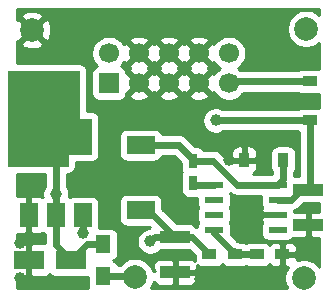
<source format=gbr>
G04 #@! TF.GenerationSoftware,KiCad,Pcbnew,(5.1.5)-3*
G04 #@! TF.CreationDate,2020-11-29T18:58:37+00:00*
G04 #@! TF.ProjectId,Retrospector_Power_Test_LM2675,52657472-6f73-4706-9563-746f725f506f,rev?*
G04 #@! TF.SameCoordinates,Original*
G04 #@! TF.FileFunction,Copper,L1,Top*
G04 #@! TF.FilePolarity,Positive*
%FSLAX46Y46*%
G04 Gerber Fmt 4.6, Leading zero omitted, Abs format (unit mm)*
G04 Created by KiCad (PCBNEW (5.1.5)-3) date 2020-11-29 18:58:37*
%MOMM*%
%LPD*%
G04 APERTURE LIST*
%ADD10C,0.100000*%
%ADD11R,2.500000X1.000000*%
%ADD12R,1.550000X0.600000*%
%ADD13R,2.400000X1.500000*%
%ADD14C,1.700000*%
%ADD15R,1.700000X1.700000*%
%ADD16R,3.800000X2.000000*%
%ADD17R,1.500000X2.000000*%
%ADD18R,1.200000X0.900000*%
%ADD19R,0.900000X1.200000*%
%ADD20R,0.750000X1.200000*%
%ADD21C,2.000000*%
%ADD22R,1.300000X1.500000*%
%ADD23R,2.600000X1.600000*%
%ADD24C,1.000000*%
%ADD25C,0.600000*%
%ADD26C,0.500000*%
%ADD27C,0.254000*%
G04 APERTURE END LIST*
D10*
G36*
X91000000Y-59000000D02*
G01*
X92000000Y-59000000D01*
X92000000Y-62000000D01*
X90000000Y-62000000D01*
X90000000Y-63000000D01*
X85000000Y-63000000D01*
X85000000Y-55000000D01*
X91000000Y-55000000D01*
X91000000Y-59000000D01*
G37*
X91000000Y-59000000D02*
X92000000Y-59000000D01*
X92000000Y-62000000D01*
X90000000Y-62000000D01*
X90000000Y-63000000D01*
X85000000Y-63000000D01*
X85000000Y-55000000D01*
X91000000Y-55000000D01*
X91000000Y-59000000D01*
D11*
X99100000Y-69000000D03*
X99100000Y-72000000D03*
X110400000Y-68000000D03*
X110400000Y-65000000D03*
D12*
X102400000Y-64595000D03*
X102400000Y-65865000D03*
X102400000Y-67135000D03*
X102400000Y-68405000D03*
X107800000Y-68405000D03*
X107800000Y-67135000D03*
X107800000Y-65865000D03*
X107800000Y-64595000D03*
D13*
X96200000Y-61250000D03*
X96200000Y-66750000D03*
D14*
X103660000Y-53460000D03*
X103660000Y-56000000D03*
X101120000Y-53460000D03*
X101120000Y-56000000D03*
X98580000Y-53460000D03*
X98580000Y-56000000D03*
X96040000Y-53460000D03*
X96040000Y-56000000D03*
X93500000Y-53460000D03*
D15*
X93500000Y-56000000D03*
D16*
X89000000Y-60850000D03*
D17*
X89000000Y-67150000D03*
X91300000Y-67150000D03*
X86700000Y-67150000D03*
D18*
X106000000Y-70500000D03*
X108200000Y-70500000D03*
X102000000Y-70500000D03*
X104200000Y-70500000D03*
D19*
X108250000Y-62500000D03*
X104950000Y-62500000D03*
D20*
X100600000Y-62550000D03*
X100600000Y-64450000D03*
D21*
X110200000Y-51400000D03*
X95700000Y-72400000D03*
X110000000Y-72500000D03*
X87000000Y-51500000D03*
D22*
X93000000Y-72350000D03*
X93000000Y-69650000D03*
D18*
X110500000Y-59150000D03*
X110500000Y-55850000D03*
D23*
X90300000Y-71000000D03*
X86700000Y-71000000D03*
D24*
X102550000Y-59150000D03*
X105600000Y-67000000D03*
X110500000Y-69500000D03*
X86000000Y-72500000D03*
X86000000Y-69500000D03*
X103700000Y-62500000D03*
X105200000Y-61000000D03*
X101200000Y-72600000D03*
X107800000Y-72000000D03*
X86700000Y-65300000D03*
X89000000Y-65400000D03*
X97000000Y-69400000D03*
X91300000Y-68700000D03*
D25*
X110500000Y-59150000D02*
X110500000Y-65000000D01*
X102550000Y-59150000D02*
X110500000Y-59150000D01*
X109800000Y-65000000D02*
X109100000Y-65700000D01*
X110400000Y-65000000D02*
X109800000Y-65000000D01*
X108935000Y-65865000D02*
X109100000Y-65700000D01*
X107800000Y-65865000D02*
X108935000Y-65865000D01*
X103810000Y-55850000D02*
X103660000Y-56000000D01*
X110500000Y-55850000D02*
X103810000Y-55850000D01*
X95650000Y-72350000D02*
X95700000Y-72400000D01*
X93000000Y-72350000D02*
X95650000Y-72350000D01*
X89000000Y-69700000D02*
X89000000Y-67150000D01*
X90300000Y-71000000D02*
X89000000Y-69700000D01*
X89000000Y-67150000D02*
X89000000Y-65400000D01*
X89000000Y-65400000D02*
X89000000Y-60850000D01*
X91650000Y-69650000D02*
X90300000Y-71000000D01*
X93000000Y-69650000D02*
X91650000Y-69650000D01*
X96850000Y-66750000D02*
X99100000Y-69000000D01*
X96200000Y-66750000D02*
X96850000Y-66750000D01*
X100500000Y-69000000D02*
X102000000Y-70500000D01*
X99100000Y-69000000D02*
X100500000Y-69000000D01*
X99100000Y-69000000D02*
X97400000Y-69000000D01*
X97400000Y-69000000D02*
X97000000Y-69400000D01*
X97000000Y-69400000D02*
X97000000Y-69400000D01*
X91300000Y-68700000D02*
X91300000Y-67150000D01*
X99400000Y-61250000D02*
X100700000Y-62550000D01*
X96200000Y-61250000D02*
X99400000Y-61250000D01*
X106425000Y-64595000D02*
X107800000Y-64595000D01*
X102325001Y-62550000D02*
X104370001Y-64595000D01*
X104370001Y-64595000D02*
X106425000Y-64595000D01*
X100600000Y-62550000D02*
X102325001Y-62550000D01*
X108250000Y-64145000D02*
X107800000Y-64595000D01*
X108250000Y-62500000D02*
X108250000Y-64145000D01*
X100745000Y-64595000D02*
X100600000Y-64450000D01*
X102400000Y-64595000D02*
X100745000Y-64595000D01*
D26*
X104200000Y-70500000D02*
X104200000Y-70205000D01*
D25*
X104200000Y-70500000D02*
X106000000Y-70500000D01*
X102400000Y-68700000D02*
X104200000Y-70500000D01*
X102400000Y-68405000D02*
X102400000Y-68700000D01*
D27*
G36*
X111315001Y-50202762D02*
G01*
X111242252Y-50130013D01*
X110974463Y-49951082D01*
X110676912Y-49827832D01*
X110361033Y-49765000D01*
X110038967Y-49765000D01*
X109723088Y-49827832D01*
X109425537Y-49951082D01*
X109157748Y-50130013D01*
X108930013Y-50357748D01*
X108751082Y-50625537D01*
X108627832Y-50923088D01*
X108565000Y-51238967D01*
X108565000Y-51561033D01*
X108627832Y-51876912D01*
X108751082Y-52174463D01*
X108930013Y-52442252D01*
X109157748Y-52669987D01*
X109425537Y-52848918D01*
X109723088Y-52972168D01*
X110038967Y-53035000D01*
X110361033Y-53035000D01*
X110676912Y-52972168D01*
X110974463Y-52848918D01*
X111242252Y-52669987D01*
X111315001Y-52597238D01*
X111315001Y-54801647D01*
X111224482Y-54774188D01*
X111100000Y-54761928D01*
X109900000Y-54761928D01*
X109775518Y-54774188D01*
X109655820Y-54810498D01*
X109545506Y-54869463D01*
X109490019Y-54915000D01*
X104675107Y-54915000D01*
X104606632Y-54846525D01*
X104432240Y-54730000D01*
X104606632Y-54613475D01*
X104813475Y-54406632D01*
X104975990Y-54163411D01*
X105087932Y-53893158D01*
X105145000Y-53606260D01*
X105145000Y-53313740D01*
X105087932Y-53026842D01*
X104975990Y-52756589D01*
X104813475Y-52513368D01*
X104606632Y-52306525D01*
X104363411Y-52144010D01*
X104093158Y-52032068D01*
X103806260Y-51975000D01*
X103513740Y-51975000D01*
X103226842Y-52032068D01*
X102956589Y-52144010D01*
X102713368Y-52306525D01*
X102506525Y-52513368D01*
X102390689Y-52686729D01*
X102148397Y-52611208D01*
X101299605Y-53460000D01*
X102148397Y-54308792D01*
X102390689Y-54233271D01*
X102506525Y-54406632D01*
X102713368Y-54613475D01*
X102887760Y-54730000D01*
X102713368Y-54846525D01*
X102506525Y-55053368D01*
X102390689Y-55226729D01*
X102148397Y-55151208D01*
X101299605Y-56000000D01*
X102148397Y-56848792D01*
X102390689Y-56773271D01*
X102506525Y-56946632D01*
X102713368Y-57153475D01*
X102956589Y-57315990D01*
X103226842Y-57427932D01*
X103513740Y-57485000D01*
X103806260Y-57485000D01*
X104093158Y-57427932D01*
X104363411Y-57315990D01*
X104606632Y-57153475D01*
X104813475Y-56946632D01*
X104921474Y-56785000D01*
X109490019Y-56785000D01*
X109545506Y-56830537D01*
X109655820Y-56889502D01*
X109775518Y-56925812D01*
X109900000Y-56938072D01*
X111100000Y-56938072D01*
X111224482Y-56925812D01*
X111315001Y-56898353D01*
X111315001Y-58101647D01*
X111224482Y-58074188D01*
X111100000Y-58061928D01*
X109900000Y-58061928D01*
X109775518Y-58074188D01*
X109655820Y-58110498D01*
X109545506Y-58169463D01*
X109490019Y-58215000D01*
X103193619Y-58215000D01*
X103087624Y-58144176D01*
X102881067Y-58058617D01*
X102661788Y-58015000D01*
X102438212Y-58015000D01*
X102218933Y-58058617D01*
X102012376Y-58144176D01*
X101826480Y-58268388D01*
X101668388Y-58426480D01*
X101544176Y-58612376D01*
X101458617Y-58818933D01*
X101415000Y-59038212D01*
X101415000Y-59261788D01*
X101458617Y-59481067D01*
X101544176Y-59687624D01*
X101668388Y-59873520D01*
X101826480Y-60031612D01*
X102012376Y-60155824D01*
X102218933Y-60241383D01*
X102438212Y-60285000D01*
X102661788Y-60285000D01*
X102881067Y-60241383D01*
X103087624Y-60155824D01*
X103193619Y-60085000D01*
X109490019Y-60085000D01*
X109545506Y-60130537D01*
X109565000Y-60140957D01*
X109565001Y-63861928D01*
X109185000Y-63861928D01*
X109185000Y-63509981D01*
X109230537Y-63454494D01*
X109289502Y-63344180D01*
X109325812Y-63224482D01*
X109338072Y-63100000D01*
X109338072Y-61900000D01*
X109325812Y-61775518D01*
X109289502Y-61655820D01*
X109230537Y-61545506D01*
X109151185Y-61448815D01*
X109054494Y-61369463D01*
X108944180Y-61310498D01*
X108824482Y-61274188D01*
X108700000Y-61261928D01*
X107800000Y-61261928D01*
X107675518Y-61274188D01*
X107555820Y-61310498D01*
X107445506Y-61369463D01*
X107348815Y-61448815D01*
X107269463Y-61545506D01*
X107210498Y-61655820D01*
X107174188Y-61775518D01*
X107161928Y-61900000D01*
X107161928Y-63100000D01*
X107174188Y-63224482D01*
X107210498Y-63344180D01*
X107269463Y-63454494D01*
X107315001Y-63509982D01*
X107315001Y-63656928D01*
X107025000Y-63656928D01*
X106993808Y-63660000D01*
X105699373Y-63660000D01*
X105754494Y-63630537D01*
X105851185Y-63551185D01*
X105930537Y-63454494D01*
X105989502Y-63344180D01*
X106025812Y-63224482D01*
X106038072Y-63100000D01*
X106035000Y-62785750D01*
X105876250Y-62627000D01*
X105077000Y-62627000D01*
X105077000Y-62647000D01*
X104823000Y-62647000D01*
X104823000Y-62627000D01*
X104023750Y-62627000D01*
X103874020Y-62776730D01*
X103018631Y-61921341D01*
X103001117Y-61900000D01*
X103861928Y-61900000D01*
X103865000Y-62214250D01*
X104023750Y-62373000D01*
X104823000Y-62373000D01*
X104823000Y-61423750D01*
X105077000Y-61423750D01*
X105077000Y-62373000D01*
X105876250Y-62373000D01*
X106035000Y-62214250D01*
X106038072Y-61900000D01*
X106025812Y-61775518D01*
X105989502Y-61655820D01*
X105930537Y-61545506D01*
X105851185Y-61448815D01*
X105754494Y-61369463D01*
X105644180Y-61310498D01*
X105524482Y-61274188D01*
X105400000Y-61261928D01*
X105235750Y-61265000D01*
X105077000Y-61423750D01*
X104823000Y-61423750D01*
X104664250Y-61265000D01*
X104500000Y-61261928D01*
X104375518Y-61274188D01*
X104255820Y-61310498D01*
X104145506Y-61369463D01*
X104048815Y-61448815D01*
X103969463Y-61545506D01*
X103910498Y-61655820D01*
X103874188Y-61775518D01*
X103861928Y-61900000D01*
X103001117Y-61900000D01*
X102989345Y-61885656D01*
X102846973Y-61768814D01*
X102684541Y-61681993D01*
X102508293Y-61628529D01*
X102370933Y-61615000D01*
X102325001Y-61610476D01*
X102279069Y-61615000D01*
X101515957Y-61615000D01*
X101505537Y-61595506D01*
X101426185Y-61498815D01*
X101329494Y-61419463D01*
X101219180Y-61360498D01*
X101099482Y-61324188D01*
X100975000Y-61311928D01*
X100784217Y-61311928D01*
X100093630Y-60621341D01*
X100064344Y-60585656D01*
X99921972Y-60468814D01*
X99759540Y-60381993D01*
X99583292Y-60328529D01*
X99445932Y-60315000D01*
X99400000Y-60310476D01*
X99354068Y-60315000D01*
X98007454Y-60315000D01*
X97989502Y-60255820D01*
X97930537Y-60145506D01*
X97851185Y-60048815D01*
X97754494Y-59969463D01*
X97644180Y-59910498D01*
X97524482Y-59874188D01*
X97400000Y-59861928D01*
X95000000Y-59861928D01*
X94875518Y-59874188D01*
X94755820Y-59910498D01*
X94645506Y-59969463D01*
X94548815Y-60048815D01*
X94469463Y-60145506D01*
X94410498Y-60255820D01*
X94374188Y-60375518D01*
X94361928Y-60500000D01*
X94361928Y-62000000D01*
X94374188Y-62124482D01*
X94410498Y-62244180D01*
X94469463Y-62354494D01*
X94548815Y-62451185D01*
X94645506Y-62530537D01*
X94755820Y-62589502D01*
X94875518Y-62625812D01*
X95000000Y-62638072D01*
X97400000Y-62638072D01*
X97524482Y-62625812D01*
X97644180Y-62589502D01*
X97754494Y-62530537D01*
X97851185Y-62451185D01*
X97930537Y-62354494D01*
X97989502Y-62244180D01*
X98007454Y-62185000D01*
X99012711Y-62185000D01*
X99586928Y-62759217D01*
X99586928Y-63150000D01*
X99599188Y-63274482D01*
X99635498Y-63394180D01*
X99692061Y-63500000D01*
X99635498Y-63605820D01*
X99599188Y-63725518D01*
X99586928Y-63850000D01*
X99586928Y-65050000D01*
X99599188Y-65174482D01*
X99635498Y-65294180D01*
X99694463Y-65404494D01*
X99773815Y-65501185D01*
X99870506Y-65580537D01*
X99980820Y-65639502D01*
X100100518Y-65675812D01*
X100225000Y-65688072D01*
X100975000Y-65688072D01*
X100986928Y-65686897D01*
X100986928Y-66165000D01*
X100999188Y-66289482D01*
X101035498Y-66409180D01*
X101084043Y-66500000D01*
X101035498Y-66590820D01*
X100999188Y-66710518D01*
X100986928Y-66835000D01*
X100986928Y-67435000D01*
X100999188Y-67559482D01*
X101035498Y-67679180D01*
X101084043Y-67770000D01*
X101035498Y-67860820D01*
X100999188Y-67980518D01*
X100986928Y-68105000D01*
X100986928Y-68200083D01*
X100877189Y-68141427D01*
X100801185Y-68048815D01*
X100704494Y-67969463D01*
X100594180Y-67910498D01*
X100474482Y-67874188D01*
X100350000Y-67861928D01*
X99284218Y-67861928D01*
X98038072Y-66615783D01*
X98038072Y-66000000D01*
X98025812Y-65875518D01*
X97989502Y-65755820D01*
X97930537Y-65645506D01*
X97851185Y-65548815D01*
X97754494Y-65469463D01*
X97644180Y-65410498D01*
X97524482Y-65374188D01*
X97400000Y-65361928D01*
X95000000Y-65361928D01*
X94875518Y-65374188D01*
X94755820Y-65410498D01*
X94645506Y-65469463D01*
X94548815Y-65548815D01*
X94469463Y-65645506D01*
X94410498Y-65755820D01*
X94374188Y-65875518D01*
X94361928Y-66000000D01*
X94361928Y-67500000D01*
X94374188Y-67624482D01*
X94410498Y-67744180D01*
X94469463Y-67854494D01*
X94548815Y-67951185D01*
X94645506Y-68030537D01*
X94755820Y-68089502D01*
X94875518Y-68125812D01*
X95000000Y-68138072D01*
X96915783Y-68138072D01*
X96955249Y-68177539D01*
X96878028Y-68218814D01*
X96800489Y-68282449D01*
X96668933Y-68308617D01*
X96462376Y-68394176D01*
X96276480Y-68518388D01*
X96118388Y-68676480D01*
X95994176Y-68862376D01*
X95908617Y-69068933D01*
X95865000Y-69288212D01*
X95865000Y-69511788D01*
X95908617Y-69731067D01*
X95994176Y-69937624D01*
X96118388Y-70123520D01*
X96276480Y-70281612D01*
X96462376Y-70405824D01*
X96668933Y-70491383D01*
X96888212Y-70535000D01*
X97111788Y-70535000D01*
X97331067Y-70491383D01*
X97537624Y-70405824D01*
X97723520Y-70281612D01*
X97867060Y-70138072D01*
X100315783Y-70138072D01*
X100761928Y-70584218D01*
X100761928Y-70950000D01*
X100769064Y-71022454D01*
X100704494Y-70969463D01*
X100594180Y-70910498D01*
X100474482Y-70874188D01*
X100350000Y-70861928D01*
X99385750Y-70865000D01*
X99227000Y-71023750D01*
X99227000Y-71873000D01*
X100826250Y-71873000D01*
X100985000Y-71714250D01*
X100988072Y-71500000D01*
X100980936Y-71427546D01*
X101045506Y-71480537D01*
X101155820Y-71539502D01*
X101275518Y-71575812D01*
X101400000Y-71588072D01*
X102600000Y-71588072D01*
X102724482Y-71575812D01*
X102844180Y-71539502D01*
X102954494Y-71480537D01*
X103051185Y-71401185D01*
X103100000Y-71341704D01*
X103148815Y-71401185D01*
X103245506Y-71480537D01*
X103355820Y-71539502D01*
X103475518Y-71575812D01*
X103600000Y-71588072D01*
X104800000Y-71588072D01*
X104924482Y-71575812D01*
X105044180Y-71539502D01*
X105100000Y-71509665D01*
X105155820Y-71539502D01*
X105275518Y-71575812D01*
X105400000Y-71588072D01*
X106600000Y-71588072D01*
X106724482Y-71575812D01*
X106844180Y-71539502D01*
X106954494Y-71480537D01*
X107051185Y-71401185D01*
X107100000Y-71341704D01*
X107148815Y-71401185D01*
X107245506Y-71480537D01*
X107355820Y-71539502D01*
X107475518Y-71575812D01*
X107600000Y-71588072D01*
X107914250Y-71585000D01*
X108073000Y-71426250D01*
X108073000Y-70627000D01*
X108053000Y-70627000D01*
X108053000Y-70373000D01*
X108073000Y-70373000D01*
X108073000Y-69573750D01*
X108327000Y-69573750D01*
X108327000Y-70373000D01*
X109276250Y-70373000D01*
X109435000Y-70214250D01*
X109438072Y-70050000D01*
X109425812Y-69925518D01*
X109389502Y-69805820D01*
X109330537Y-69695506D01*
X109251185Y-69598815D01*
X109154494Y-69519463D01*
X109044180Y-69460498D01*
X108924482Y-69424188D01*
X108800000Y-69411928D01*
X108485750Y-69415000D01*
X108327000Y-69573750D01*
X108073000Y-69573750D01*
X107914250Y-69415000D01*
X107600000Y-69411928D01*
X107475518Y-69424188D01*
X107355820Y-69460498D01*
X107245506Y-69519463D01*
X107148815Y-69598815D01*
X107100000Y-69658296D01*
X107051185Y-69598815D01*
X106954494Y-69519463D01*
X106844180Y-69460498D01*
X106724482Y-69424188D01*
X106600000Y-69411928D01*
X105400000Y-69411928D01*
X105275518Y-69424188D01*
X105155820Y-69460498D01*
X105100000Y-69490335D01*
X105044180Y-69460498D01*
X104924482Y-69424188D01*
X104800000Y-69411928D01*
X104593665Y-69411928D01*
X104540313Y-69383411D01*
X104373490Y-69332805D01*
X104353085Y-69330795D01*
X103805381Y-68783091D01*
X103813072Y-68705000D01*
X103813072Y-68105000D01*
X103800812Y-67980518D01*
X103764502Y-67860820D01*
X103715957Y-67770000D01*
X103764502Y-67679180D01*
X103800812Y-67559482D01*
X103813072Y-67435000D01*
X103813072Y-66835000D01*
X103800812Y-66710518D01*
X103764502Y-66590820D01*
X103715957Y-66500000D01*
X103764502Y-66409180D01*
X103800812Y-66289482D01*
X103813072Y-66165000D01*
X103813072Y-65565000D01*
X103800812Y-65440518D01*
X103764502Y-65320820D01*
X103751949Y-65297335D01*
X103848029Y-65376186D01*
X104010461Y-65463007D01*
X104081321Y-65484502D01*
X104186709Y-65516472D01*
X104370001Y-65534524D01*
X104415936Y-65530000D01*
X106390375Y-65530000D01*
X106386928Y-65565000D01*
X106386928Y-66165000D01*
X106399188Y-66289482D01*
X106435498Y-66409180D01*
X106484043Y-66500000D01*
X106435498Y-66590820D01*
X106399188Y-66710518D01*
X106386928Y-66835000D01*
X106390000Y-66849250D01*
X106548750Y-67008000D01*
X107673000Y-67008000D01*
X107673000Y-66988000D01*
X107927000Y-66988000D01*
X107927000Y-67008000D01*
X107947000Y-67008000D01*
X107947000Y-67262000D01*
X107927000Y-67262000D01*
X107927000Y-67282000D01*
X107673000Y-67282000D01*
X107673000Y-67262000D01*
X106548750Y-67262000D01*
X106390000Y-67420750D01*
X106386928Y-67435000D01*
X106399188Y-67559482D01*
X106435498Y-67679180D01*
X106484043Y-67770000D01*
X106435498Y-67860820D01*
X106399188Y-67980518D01*
X106386928Y-68105000D01*
X106386928Y-68705000D01*
X106399188Y-68829482D01*
X106435498Y-68949180D01*
X106494463Y-69059494D01*
X106573815Y-69156185D01*
X106670506Y-69235537D01*
X106780820Y-69294502D01*
X106900518Y-69330812D01*
X107025000Y-69343072D01*
X108575000Y-69343072D01*
X108699482Y-69330812D01*
X108819180Y-69294502D01*
X108929494Y-69235537D01*
X109026185Y-69156185D01*
X109049197Y-69128144D01*
X109150000Y-69138072D01*
X110114250Y-69135000D01*
X110273000Y-68976250D01*
X110273000Y-68127000D01*
X110253000Y-68127000D01*
X110253000Y-67873000D01*
X110273000Y-67873000D01*
X110273000Y-67023750D01*
X110114250Y-66865000D01*
X109197172Y-66862078D01*
X109210000Y-66849250D01*
X109213072Y-66835000D01*
X109205682Y-66759962D01*
X109294540Y-66733007D01*
X109456972Y-66646186D01*
X109599344Y-66529344D01*
X109628630Y-66493659D01*
X109984217Y-66138072D01*
X111315000Y-66138072D01*
X111315000Y-66862995D01*
X110685750Y-66865000D01*
X110527000Y-67023750D01*
X110527000Y-67873000D01*
X110547000Y-67873000D01*
X110547000Y-68127000D01*
X110527000Y-68127000D01*
X110527000Y-68976250D01*
X110685750Y-69135000D01*
X111315000Y-69137005D01*
X111315000Y-71525115D01*
X111269987Y-71457748D01*
X111042252Y-71230013D01*
X110774463Y-71051082D01*
X110476912Y-70927832D01*
X110161033Y-70865000D01*
X109838967Y-70865000D01*
X109523088Y-70927832D01*
X109436732Y-70963602D01*
X109438072Y-70950000D01*
X109435000Y-70785750D01*
X109276250Y-70627000D01*
X108327000Y-70627000D01*
X108327000Y-71426250D01*
X108485750Y-71585000D01*
X108643953Y-71586547D01*
X108551082Y-71725537D01*
X108427832Y-72023088D01*
X108365000Y-72338967D01*
X108365000Y-72661033D01*
X108427832Y-72976912D01*
X108551082Y-73274463D01*
X108578168Y-73315000D01*
X97055014Y-73315000D01*
X97148918Y-73174463D01*
X97272168Y-72876912D01*
X97288245Y-72796089D01*
X97319463Y-72854494D01*
X97398815Y-72951185D01*
X97495506Y-73030537D01*
X97605820Y-73089502D01*
X97725518Y-73125812D01*
X97850000Y-73138072D01*
X98814250Y-73135000D01*
X98973000Y-72976250D01*
X98973000Y-72127000D01*
X99227000Y-72127000D01*
X99227000Y-72976250D01*
X99385750Y-73135000D01*
X100350000Y-73138072D01*
X100474482Y-73125812D01*
X100594180Y-73089502D01*
X100704494Y-73030537D01*
X100801185Y-72951185D01*
X100880537Y-72854494D01*
X100939502Y-72744180D01*
X100975812Y-72624482D01*
X100988072Y-72500000D01*
X100985000Y-72285750D01*
X100826250Y-72127000D01*
X99227000Y-72127000D01*
X98973000Y-72127000D01*
X98953000Y-72127000D01*
X98953000Y-71873000D01*
X98973000Y-71873000D01*
X98973000Y-71023750D01*
X98814250Y-70865000D01*
X97850000Y-70861928D01*
X97725518Y-70874188D01*
X97605820Y-70910498D01*
X97495506Y-70969463D01*
X97398815Y-71048815D01*
X97319463Y-71145506D01*
X97260498Y-71255820D01*
X97224188Y-71375518D01*
X97211928Y-71500000D01*
X97215000Y-71714250D01*
X97373748Y-71872998D01*
X97251420Y-71872998D01*
X97148918Y-71625537D01*
X96969987Y-71357748D01*
X96742252Y-71130013D01*
X96474463Y-70951082D01*
X96176912Y-70827832D01*
X95861033Y-70765000D01*
X95538967Y-70765000D01*
X95223088Y-70827832D01*
X94925537Y-70951082D01*
X94657748Y-71130013D01*
X94430013Y-71357748D01*
X94391758Y-71415000D01*
X94257454Y-71415000D01*
X94239502Y-71355820D01*
X94180537Y-71245506D01*
X94101185Y-71148815D01*
X94004494Y-71069463D01*
X93894180Y-71010498D01*
X93859573Y-71000000D01*
X93894180Y-70989502D01*
X94004494Y-70930537D01*
X94101185Y-70851185D01*
X94180537Y-70754494D01*
X94239502Y-70644180D01*
X94275812Y-70524482D01*
X94288072Y-70400000D01*
X94288072Y-68900000D01*
X94275812Y-68775518D01*
X94239502Y-68655820D01*
X94180537Y-68545506D01*
X94101185Y-68448815D01*
X94004494Y-68369463D01*
X93894180Y-68310498D01*
X93774482Y-68274188D01*
X93650000Y-68261928D01*
X92677048Y-68261928D01*
X92688072Y-68150000D01*
X92688072Y-66150000D01*
X92675812Y-66025518D01*
X92639502Y-65905820D01*
X92580537Y-65795506D01*
X92501185Y-65698815D01*
X92404494Y-65619463D01*
X92294180Y-65560498D01*
X92174482Y-65524188D01*
X92050000Y-65511928D01*
X90550000Y-65511928D01*
X90425518Y-65524188D01*
X90305820Y-65560498D01*
X90195506Y-65619463D01*
X90150000Y-65656809D01*
X90112307Y-65625875D01*
X90135000Y-65511788D01*
X90135000Y-65288212D01*
X90091383Y-65068933D01*
X90005824Y-64862376D01*
X89935000Y-64756381D01*
X89935000Y-63685000D01*
X90000000Y-63685000D01*
X90064145Y-63678710D01*
X90128356Y-63672867D01*
X90130662Y-63672188D01*
X90133051Y-63671954D01*
X90194723Y-63653334D01*
X90256606Y-63635121D01*
X90258736Y-63634008D01*
X90261033Y-63633314D01*
X90317886Y-63603084D01*
X90375081Y-63573184D01*
X90376955Y-63571677D01*
X90379073Y-63570551D01*
X90428986Y-63529843D01*
X90479269Y-63489414D01*
X90480813Y-63487573D01*
X90482674Y-63486056D01*
X90523766Y-63436384D01*
X90565203Y-63387002D01*
X90566360Y-63384898D01*
X90567891Y-63383047D01*
X90598541Y-63326361D01*
X90629608Y-63269850D01*
X90630335Y-63267558D01*
X90631476Y-63265448D01*
X90650524Y-63203916D01*
X90670031Y-63142420D01*
X90670299Y-63140032D01*
X90671009Y-63137738D01*
X90677746Y-63073634D01*
X90684933Y-63009564D01*
X90684965Y-63004950D01*
X90684983Y-63004782D01*
X90684968Y-63004614D01*
X90685000Y-63000000D01*
X90685000Y-62685000D01*
X92000000Y-62685000D01*
X92064145Y-62678710D01*
X92128356Y-62672867D01*
X92130662Y-62672188D01*
X92133051Y-62671954D01*
X92194723Y-62653334D01*
X92256606Y-62635121D01*
X92258736Y-62634008D01*
X92261033Y-62633314D01*
X92317886Y-62603084D01*
X92375081Y-62573184D01*
X92376955Y-62571677D01*
X92379073Y-62570551D01*
X92428986Y-62529843D01*
X92479269Y-62489414D01*
X92480813Y-62487573D01*
X92482674Y-62486056D01*
X92523766Y-62436384D01*
X92565203Y-62387002D01*
X92566360Y-62384898D01*
X92567891Y-62383047D01*
X92598541Y-62326361D01*
X92629608Y-62269850D01*
X92630335Y-62267558D01*
X92631476Y-62265448D01*
X92650524Y-62203916D01*
X92670031Y-62142420D01*
X92670299Y-62140032D01*
X92671009Y-62137738D01*
X92677746Y-62073634D01*
X92684933Y-62009564D01*
X92684965Y-62004950D01*
X92684983Y-62004782D01*
X92684968Y-62004614D01*
X92685000Y-62000000D01*
X92685000Y-59000000D01*
X92678710Y-58935855D01*
X92672867Y-58871644D01*
X92672188Y-58869338D01*
X92671954Y-58866949D01*
X92653334Y-58805277D01*
X92635121Y-58743394D01*
X92634008Y-58741264D01*
X92633314Y-58738967D01*
X92603084Y-58682114D01*
X92573184Y-58624919D01*
X92571677Y-58623045D01*
X92570551Y-58620927D01*
X92529843Y-58571014D01*
X92489414Y-58520731D01*
X92487573Y-58519187D01*
X92486056Y-58517326D01*
X92436384Y-58476234D01*
X92387002Y-58434797D01*
X92384898Y-58433640D01*
X92383047Y-58432109D01*
X92326361Y-58401459D01*
X92269850Y-58370392D01*
X92267558Y-58369665D01*
X92265448Y-58368524D01*
X92203916Y-58349476D01*
X92142420Y-58329969D01*
X92140032Y-58329701D01*
X92137738Y-58328991D01*
X92073634Y-58322254D01*
X92009564Y-58315067D01*
X92004950Y-58315035D01*
X92004782Y-58315017D01*
X92004614Y-58315032D01*
X92000000Y-58315000D01*
X91685000Y-58315000D01*
X91685000Y-55150000D01*
X92011928Y-55150000D01*
X92011928Y-56850000D01*
X92024188Y-56974482D01*
X92060498Y-57094180D01*
X92119463Y-57204494D01*
X92198815Y-57301185D01*
X92295506Y-57380537D01*
X92405820Y-57439502D01*
X92525518Y-57475812D01*
X92650000Y-57488072D01*
X94350000Y-57488072D01*
X94474482Y-57475812D01*
X94594180Y-57439502D01*
X94704494Y-57380537D01*
X94801185Y-57301185D01*
X94880537Y-57204494D01*
X94939502Y-57094180D01*
X94959457Y-57028397D01*
X95191208Y-57028397D01*
X95268843Y-57277472D01*
X95532883Y-57403371D01*
X95816411Y-57475339D01*
X96108531Y-57490611D01*
X96398019Y-57448599D01*
X96673747Y-57350919D01*
X96811157Y-57277472D01*
X96888792Y-57028397D01*
X97731208Y-57028397D01*
X97808843Y-57277472D01*
X98072883Y-57403371D01*
X98356411Y-57475339D01*
X98648531Y-57490611D01*
X98938019Y-57448599D01*
X99213747Y-57350919D01*
X99351157Y-57277472D01*
X99428792Y-57028397D01*
X100271208Y-57028397D01*
X100348843Y-57277472D01*
X100612883Y-57403371D01*
X100896411Y-57475339D01*
X101188531Y-57490611D01*
X101478019Y-57448599D01*
X101753747Y-57350919D01*
X101891157Y-57277472D01*
X101968792Y-57028397D01*
X101120000Y-56179605D01*
X100271208Y-57028397D01*
X99428792Y-57028397D01*
X98580000Y-56179605D01*
X97731208Y-57028397D01*
X96888792Y-57028397D01*
X96040000Y-56179605D01*
X95191208Y-57028397D01*
X94959457Y-57028397D01*
X94975812Y-56974482D01*
X94988072Y-56850000D01*
X94988072Y-56841458D01*
X95011603Y-56848792D01*
X95860395Y-56000000D01*
X96219605Y-56000000D01*
X97068397Y-56848792D01*
X97310000Y-56773486D01*
X97551603Y-56848792D01*
X98400395Y-56000000D01*
X98759605Y-56000000D01*
X99608397Y-56848792D01*
X99850000Y-56773486D01*
X100091603Y-56848792D01*
X100940395Y-56000000D01*
X100091603Y-55151208D01*
X99850000Y-55226514D01*
X99608397Y-55151208D01*
X98759605Y-56000000D01*
X98400395Y-56000000D01*
X97551603Y-55151208D01*
X97310000Y-55226514D01*
X97068397Y-55151208D01*
X96219605Y-56000000D01*
X95860395Y-56000000D01*
X95011603Y-55151208D01*
X94988072Y-55158542D01*
X94988072Y-55150000D01*
X94975812Y-55025518D01*
X94939502Y-54905820D01*
X94880537Y-54795506D01*
X94801185Y-54698815D01*
X94704494Y-54619463D01*
X94594180Y-54560498D01*
X94521620Y-54538487D01*
X94571710Y-54488397D01*
X95191208Y-54488397D01*
X95266514Y-54730000D01*
X95191208Y-54971603D01*
X96040000Y-55820395D01*
X96888792Y-54971603D01*
X96813486Y-54730000D01*
X96888792Y-54488397D01*
X97731208Y-54488397D01*
X97806514Y-54730000D01*
X97731208Y-54971603D01*
X98580000Y-55820395D01*
X99428792Y-54971603D01*
X99353486Y-54730000D01*
X99428792Y-54488397D01*
X100271208Y-54488397D01*
X100346514Y-54730000D01*
X100271208Y-54971603D01*
X101120000Y-55820395D01*
X101968792Y-54971603D01*
X101893486Y-54730000D01*
X101968792Y-54488397D01*
X101120000Y-53639605D01*
X100271208Y-54488397D01*
X99428792Y-54488397D01*
X98580000Y-53639605D01*
X97731208Y-54488397D01*
X96888792Y-54488397D01*
X96040000Y-53639605D01*
X95191208Y-54488397D01*
X94571710Y-54488397D01*
X94653475Y-54406632D01*
X94769311Y-54233271D01*
X95011603Y-54308792D01*
X95860395Y-53460000D01*
X96219605Y-53460000D01*
X97068397Y-54308792D01*
X97310000Y-54233486D01*
X97551603Y-54308792D01*
X98400395Y-53460000D01*
X98759605Y-53460000D01*
X99608397Y-54308792D01*
X99850000Y-54233486D01*
X100091603Y-54308792D01*
X100940395Y-53460000D01*
X100091603Y-52611208D01*
X99850000Y-52686514D01*
X99608397Y-52611208D01*
X98759605Y-53460000D01*
X98400395Y-53460000D01*
X97551603Y-52611208D01*
X97310000Y-52686514D01*
X97068397Y-52611208D01*
X96219605Y-53460000D01*
X95860395Y-53460000D01*
X95011603Y-52611208D01*
X94769311Y-52686729D01*
X94653475Y-52513368D01*
X94571710Y-52431603D01*
X95191208Y-52431603D01*
X96040000Y-53280395D01*
X96888792Y-52431603D01*
X97731208Y-52431603D01*
X98580000Y-53280395D01*
X99428792Y-52431603D01*
X100271208Y-52431603D01*
X101120000Y-53280395D01*
X101968792Y-52431603D01*
X101891157Y-52182528D01*
X101627117Y-52056629D01*
X101343589Y-51984661D01*
X101051469Y-51969389D01*
X100761981Y-52011401D01*
X100486253Y-52109081D01*
X100348843Y-52182528D01*
X100271208Y-52431603D01*
X99428792Y-52431603D01*
X99351157Y-52182528D01*
X99087117Y-52056629D01*
X98803589Y-51984661D01*
X98511469Y-51969389D01*
X98221981Y-52011401D01*
X97946253Y-52109081D01*
X97808843Y-52182528D01*
X97731208Y-52431603D01*
X96888792Y-52431603D01*
X96811157Y-52182528D01*
X96547117Y-52056629D01*
X96263589Y-51984661D01*
X95971469Y-51969389D01*
X95681981Y-52011401D01*
X95406253Y-52109081D01*
X95268843Y-52182528D01*
X95191208Y-52431603D01*
X94571710Y-52431603D01*
X94446632Y-52306525D01*
X94203411Y-52144010D01*
X93933158Y-52032068D01*
X93646260Y-51975000D01*
X93353740Y-51975000D01*
X93066842Y-52032068D01*
X92796589Y-52144010D01*
X92553368Y-52306525D01*
X92346525Y-52513368D01*
X92184010Y-52756589D01*
X92072068Y-53026842D01*
X92015000Y-53313740D01*
X92015000Y-53606260D01*
X92072068Y-53893158D01*
X92184010Y-54163411D01*
X92346525Y-54406632D01*
X92478380Y-54538487D01*
X92405820Y-54560498D01*
X92295506Y-54619463D01*
X92198815Y-54698815D01*
X92119463Y-54795506D01*
X92060498Y-54905820D01*
X92024188Y-55025518D01*
X92011928Y-55150000D01*
X91685000Y-55150000D01*
X91685000Y-55000000D01*
X91678710Y-54935855D01*
X91672867Y-54871644D01*
X91672188Y-54869338D01*
X91671954Y-54866949D01*
X91653334Y-54805277D01*
X91635121Y-54743394D01*
X91634008Y-54741264D01*
X91633314Y-54738967D01*
X91603084Y-54682114D01*
X91573184Y-54624919D01*
X91571677Y-54623045D01*
X91570551Y-54620927D01*
X91529843Y-54571014D01*
X91489414Y-54520731D01*
X91487573Y-54519187D01*
X91486056Y-54517326D01*
X91436384Y-54476234D01*
X91387002Y-54434797D01*
X91384898Y-54433640D01*
X91383047Y-54432109D01*
X91326361Y-54401459D01*
X91269850Y-54370392D01*
X91267558Y-54369665D01*
X91265448Y-54368524D01*
X91203916Y-54349476D01*
X91142420Y-54329969D01*
X91140032Y-54329701D01*
X91137738Y-54328991D01*
X91073634Y-54322254D01*
X91009564Y-54315067D01*
X91004950Y-54315035D01*
X91004782Y-54315017D01*
X91004614Y-54315032D01*
X91000000Y-54315000D01*
X85685000Y-54315000D01*
X85685000Y-52635413D01*
X86044192Y-52635413D01*
X86139956Y-52899814D01*
X86429571Y-53040704D01*
X86741108Y-53122384D01*
X87062595Y-53141718D01*
X87381675Y-53097961D01*
X87686088Y-52992795D01*
X87860044Y-52899814D01*
X87955808Y-52635413D01*
X87000000Y-51679605D01*
X86044192Y-52635413D01*
X85685000Y-52635413D01*
X85685000Y-52390763D01*
X85864587Y-52455808D01*
X86820395Y-51500000D01*
X87179605Y-51500000D01*
X88135413Y-52455808D01*
X88399814Y-52360044D01*
X88540704Y-52070429D01*
X88622384Y-51758892D01*
X88641718Y-51437405D01*
X88597961Y-51118325D01*
X88492795Y-50813912D01*
X88399814Y-50639956D01*
X88135413Y-50544192D01*
X87179605Y-51500000D01*
X86820395Y-51500000D01*
X85864587Y-50544192D01*
X85685000Y-50609237D01*
X85685000Y-50364587D01*
X86044192Y-50364587D01*
X87000000Y-51320395D01*
X87955808Y-50364587D01*
X87860044Y-50100186D01*
X87570429Y-49959296D01*
X87258892Y-49877616D01*
X86937405Y-49858282D01*
X86618325Y-49902039D01*
X86313912Y-50007205D01*
X86139956Y-50100186D01*
X86044192Y-50364587D01*
X85685000Y-50364587D01*
X85685000Y-49685000D01*
X111315001Y-49685000D01*
X111315001Y-50202762D01*
G37*
X111315001Y-50202762D02*
X111242252Y-50130013D01*
X110974463Y-49951082D01*
X110676912Y-49827832D01*
X110361033Y-49765000D01*
X110038967Y-49765000D01*
X109723088Y-49827832D01*
X109425537Y-49951082D01*
X109157748Y-50130013D01*
X108930013Y-50357748D01*
X108751082Y-50625537D01*
X108627832Y-50923088D01*
X108565000Y-51238967D01*
X108565000Y-51561033D01*
X108627832Y-51876912D01*
X108751082Y-52174463D01*
X108930013Y-52442252D01*
X109157748Y-52669987D01*
X109425537Y-52848918D01*
X109723088Y-52972168D01*
X110038967Y-53035000D01*
X110361033Y-53035000D01*
X110676912Y-52972168D01*
X110974463Y-52848918D01*
X111242252Y-52669987D01*
X111315001Y-52597238D01*
X111315001Y-54801647D01*
X111224482Y-54774188D01*
X111100000Y-54761928D01*
X109900000Y-54761928D01*
X109775518Y-54774188D01*
X109655820Y-54810498D01*
X109545506Y-54869463D01*
X109490019Y-54915000D01*
X104675107Y-54915000D01*
X104606632Y-54846525D01*
X104432240Y-54730000D01*
X104606632Y-54613475D01*
X104813475Y-54406632D01*
X104975990Y-54163411D01*
X105087932Y-53893158D01*
X105145000Y-53606260D01*
X105145000Y-53313740D01*
X105087932Y-53026842D01*
X104975990Y-52756589D01*
X104813475Y-52513368D01*
X104606632Y-52306525D01*
X104363411Y-52144010D01*
X104093158Y-52032068D01*
X103806260Y-51975000D01*
X103513740Y-51975000D01*
X103226842Y-52032068D01*
X102956589Y-52144010D01*
X102713368Y-52306525D01*
X102506525Y-52513368D01*
X102390689Y-52686729D01*
X102148397Y-52611208D01*
X101299605Y-53460000D01*
X102148397Y-54308792D01*
X102390689Y-54233271D01*
X102506525Y-54406632D01*
X102713368Y-54613475D01*
X102887760Y-54730000D01*
X102713368Y-54846525D01*
X102506525Y-55053368D01*
X102390689Y-55226729D01*
X102148397Y-55151208D01*
X101299605Y-56000000D01*
X102148397Y-56848792D01*
X102390689Y-56773271D01*
X102506525Y-56946632D01*
X102713368Y-57153475D01*
X102956589Y-57315990D01*
X103226842Y-57427932D01*
X103513740Y-57485000D01*
X103806260Y-57485000D01*
X104093158Y-57427932D01*
X104363411Y-57315990D01*
X104606632Y-57153475D01*
X104813475Y-56946632D01*
X104921474Y-56785000D01*
X109490019Y-56785000D01*
X109545506Y-56830537D01*
X109655820Y-56889502D01*
X109775518Y-56925812D01*
X109900000Y-56938072D01*
X111100000Y-56938072D01*
X111224482Y-56925812D01*
X111315001Y-56898353D01*
X111315001Y-58101647D01*
X111224482Y-58074188D01*
X111100000Y-58061928D01*
X109900000Y-58061928D01*
X109775518Y-58074188D01*
X109655820Y-58110498D01*
X109545506Y-58169463D01*
X109490019Y-58215000D01*
X103193619Y-58215000D01*
X103087624Y-58144176D01*
X102881067Y-58058617D01*
X102661788Y-58015000D01*
X102438212Y-58015000D01*
X102218933Y-58058617D01*
X102012376Y-58144176D01*
X101826480Y-58268388D01*
X101668388Y-58426480D01*
X101544176Y-58612376D01*
X101458617Y-58818933D01*
X101415000Y-59038212D01*
X101415000Y-59261788D01*
X101458617Y-59481067D01*
X101544176Y-59687624D01*
X101668388Y-59873520D01*
X101826480Y-60031612D01*
X102012376Y-60155824D01*
X102218933Y-60241383D01*
X102438212Y-60285000D01*
X102661788Y-60285000D01*
X102881067Y-60241383D01*
X103087624Y-60155824D01*
X103193619Y-60085000D01*
X109490019Y-60085000D01*
X109545506Y-60130537D01*
X109565000Y-60140957D01*
X109565001Y-63861928D01*
X109185000Y-63861928D01*
X109185000Y-63509981D01*
X109230537Y-63454494D01*
X109289502Y-63344180D01*
X109325812Y-63224482D01*
X109338072Y-63100000D01*
X109338072Y-61900000D01*
X109325812Y-61775518D01*
X109289502Y-61655820D01*
X109230537Y-61545506D01*
X109151185Y-61448815D01*
X109054494Y-61369463D01*
X108944180Y-61310498D01*
X108824482Y-61274188D01*
X108700000Y-61261928D01*
X107800000Y-61261928D01*
X107675518Y-61274188D01*
X107555820Y-61310498D01*
X107445506Y-61369463D01*
X107348815Y-61448815D01*
X107269463Y-61545506D01*
X107210498Y-61655820D01*
X107174188Y-61775518D01*
X107161928Y-61900000D01*
X107161928Y-63100000D01*
X107174188Y-63224482D01*
X107210498Y-63344180D01*
X107269463Y-63454494D01*
X107315001Y-63509982D01*
X107315001Y-63656928D01*
X107025000Y-63656928D01*
X106993808Y-63660000D01*
X105699373Y-63660000D01*
X105754494Y-63630537D01*
X105851185Y-63551185D01*
X105930537Y-63454494D01*
X105989502Y-63344180D01*
X106025812Y-63224482D01*
X106038072Y-63100000D01*
X106035000Y-62785750D01*
X105876250Y-62627000D01*
X105077000Y-62627000D01*
X105077000Y-62647000D01*
X104823000Y-62647000D01*
X104823000Y-62627000D01*
X104023750Y-62627000D01*
X103874020Y-62776730D01*
X103018631Y-61921341D01*
X103001117Y-61900000D01*
X103861928Y-61900000D01*
X103865000Y-62214250D01*
X104023750Y-62373000D01*
X104823000Y-62373000D01*
X104823000Y-61423750D01*
X105077000Y-61423750D01*
X105077000Y-62373000D01*
X105876250Y-62373000D01*
X106035000Y-62214250D01*
X106038072Y-61900000D01*
X106025812Y-61775518D01*
X105989502Y-61655820D01*
X105930537Y-61545506D01*
X105851185Y-61448815D01*
X105754494Y-61369463D01*
X105644180Y-61310498D01*
X105524482Y-61274188D01*
X105400000Y-61261928D01*
X105235750Y-61265000D01*
X105077000Y-61423750D01*
X104823000Y-61423750D01*
X104664250Y-61265000D01*
X104500000Y-61261928D01*
X104375518Y-61274188D01*
X104255820Y-61310498D01*
X104145506Y-61369463D01*
X104048815Y-61448815D01*
X103969463Y-61545506D01*
X103910498Y-61655820D01*
X103874188Y-61775518D01*
X103861928Y-61900000D01*
X103001117Y-61900000D01*
X102989345Y-61885656D01*
X102846973Y-61768814D01*
X102684541Y-61681993D01*
X102508293Y-61628529D01*
X102370933Y-61615000D01*
X102325001Y-61610476D01*
X102279069Y-61615000D01*
X101515957Y-61615000D01*
X101505537Y-61595506D01*
X101426185Y-61498815D01*
X101329494Y-61419463D01*
X101219180Y-61360498D01*
X101099482Y-61324188D01*
X100975000Y-61311928D01*
X100784217Y-61311928D01*
X100093630Y-60621341D01*
X100064344Y-60585656D01*
X99921972Y-60468814D01*
X99759540Y-60381993D01*
X99583292Y-60328529D01*
X99445932Y-60315000D01*
X99400000Y-60310476D01*
X99354068Y-60315000D01*
X98007454Y-60315000D01*
X97989502Y-60255820D01*
X97930537Y-60145506D01*
X97851185Y-60048815D01*
X97754494Y-59969463D01*
X97644180Y-59910498D01*
X97524482Y-59874188D01*
X97400000Y-59861928D01*
X95000000Y-59861928D01*
X94875518Y-59874188D01*
X94755820Y-59910498D01*
X94645506Y-59969463D01*
X94548815Y-60048815D01*
X94469463Y-60145506D01*
X94410498Y-60255820D01*
X94374188Y-60375518D01*
X94361928Y-60500000D01*
X94361928Y-62000000D01*
X94374188Y-62124482D01*
X94410498Y-62244180D01*
X94469463Y-62354494D01*
X94548815Y-62451185D01*
X94645506Y-62530537D01*
X94755820Y-62589502D01*
X94875518Y-62625812D01*
X95000000Y-62638072D01*
X97400000Y-62638072D01*
X97524482Y-62625812D01*
X97644180Y-62589502D01*
X97754494Y-62530537D01*
X97851185Y-62451185D01*
X97930537Y-62354494D01*
X97989502Y-62244180D01*
X98007454Y-62185000D01*
X99012711Y-62185000D01*
X99586928Y-62759217D01*
X99586928Y-63150000D01*
X99599188Y-63274482D01*
X99635498Y-63394180D01*
X99692061Y-63500000D01*
X99635498Y-63605820D01*
X99599188Y-63725518D01*
X99586928Y-63850000D01*
X99586928Y-65050000D01*
X99599188Y-65174482D01*
X99635498Y-65294180D01*
X99694463Y-65404494D01*
X99773815Y-65501185D01*
X99870506Y-65580537D01*
X99980820Y-65639502D01*
X100100518Y-65675812D01*
X100225000Y-65688072D01*
X100975000Y-65688072D01*
X100986928Y-65686897D01*
X100986928Y-66165000D01*
X100999188Y-66289482D01*
X101035498Y-66409180D01*
X101084043Y-66500000D01*
X101035498Y-66590820D01*
X100999188Y-66710518D01*
X100986928Y-66835000D01*
X100986928Y-67435000D01*
X100999188Y-67559482D01*
X101035498Y-67679180D01*
X101084043Y-67770000D01*
X101035498Y-67860820D01*
X100999188Y-67980518D01*
X100986928Y-68105000D01*
X100986928Y-68200083D01*
X100877189Y-68141427D01*
X100801185Y-68048815D01*
X100704494Y-67969463D01*
X100594180Y-67910498D01*
X100474482Y-67874188D01*
X100350000Y-67861928D01*
X99284218Y-67861928D01*
X98038072Y-66615783D01*
X98038072Y-66000000D01*
X98025812Y-65875518D01*
X97989502Y-65755820D01*
X97930537Y-65645506D01*
X97851185Y-65548815D01*
X97754494Y-65469463D01*
X97644180Y-65410498D01*
X97524482Y-65374188D01*
X97400000Y-65361928D01*
X95000000Y-65361928D01*
X94875518Y-65374188D01*
X94755820Y-65410498D01*
X94645506Y-65469463D01*
X94548815Y-65548815D01*
X94469463Y-65645506D01*
X94410498Y-65755820D01*
X94374188Y-65875518D01*
X94361928Y-66000000D01*
X94361928Y-67500000D01*
X94374188Y-67624482D01*
X94410498Y-67744180D01*
X94469463Y-67854494D01*
X94548815Y-67951185D01*
X94645506Y-68030537D01*
X94755820Y-68089502D01*
X94875518Y-68125812D01*
X95000000Y-68138072D01*
X96915783Y-68138072D01*
X96955249Y-68177539D01*
X96878028Y-68218814D01*
X96800489Y-68282449D01*
X96668933Y-68308617D01*
X96462376Y-68394176D01*
X96276480Y-68518388D01*
X96118388Y-68676480D01*
X95994176Y-68862376D01*
X95908617Y-69068933D01*
X95865000Y-69288212D01*
X95865000Y-69511788D01*
X95908617Y-69731067D01*
X95994176Y-69937624D01*
X96118388Y-70123520D01*
X96276480Y-70281612D01*
X96462376Y-70405824D01*
X96668933Y-70491383D01*
X96888212Y-70535000D01*
X97111788Y-70535000D01*
X97331067Y-70491383D01*
X97537624Y-70405824D01*
X97723520Y-70281612D01*
X97867060Y-70138072D01*
X100315783Y-70138072D01*
X100761928Y-70584218D01*
X100761928Y-70950000D01*
X100769064Y-71022454D01*
X100704494Y-70969463D01*
X100594180Y-70910498D01*
X100474482Y-70874188D01*
X100350000Y-70861928D01*
X99385750Y-70865000D01*
X99227000Y-71023750D01*
X99227000Y-71873000D01*
X100826250Y-71873000D01*
X100985000Y-71714250D01*
X100988072Y-71500000D01*
X100980936Y-71427546D01*
X101045506Y-71480537D01*
X101155820Y-71539502D01*
X101275518Y-71575812D01*
X101400000Y-71588072D01*
X102600000Y-71588072D01*
X102724482Y-71575812D01*
X102844180Y-71539502D01*
X102954494Y-71480537D01*
X103051185Y-71401185D01*
X103100000Y-71341704D01*
X103148815Y-71401185D01*
X103245506Y-71480537D01*
X103355820Y-71539502D01*
X103475518Y-71575812D01*
X103600000Y-71588072D01*
X104800000Y-71588072D01*
X104924482Y-71575812D01*
X105044180Y-71539502D01*
X105100000Y-71509665D01*
X105155820Y-71539502D01*
X105275518Y-71575812D01*
X105400000Y-71588072D01*
X106600000Y-71588072D01*
X106724482Y-71575812D01*
X106844180Y-71539502D01*
X106954494Y-71480537D01*
X107051185Y-71401185D01*
X107100000Y-71341704D01*
X107148815Y-71401185D01*
X107245506Y-71480537D01*
X107355820Y-71539502D01*
X107475518Y-71575812D01*
X107600000Y-71588072D01*
X107914250Y-71585000D01*
X108073000Y-71426250D01*
X108073000Y-70627000D01*
X108053000Y-70627000D01*
X108053000Y-70373000D01*
X108073000Y-70373000D01*
X108073000Y-69573750D01*
X108327000Y-69573750D01*
X108327000Y-70373000D01*
X109276250Y-70373000D01*
X109435000Y-70214250D01*
X109438072Y-70050000D01*
X109425812Y-69925518D01*
X109389502Y-69805820D01*
X109330537Y-69695506D01*
X109251185Y-69598815D01*
X109154494Y-69519463D01*
X109044180Y-69460498D01*
X108924482Y-69424188D01*
X108800000Y-69411928D01*
X108485750Y-69415000D01*
X108327000Y-69573750D01*
X108073000Y-69573750D01*
X107914250Y-69415000D01*
X107600000Y-69411928D01*
X107475518Y-69424188D01*
X107355820Y-69460498D01*
X107245506Y-69519463D01*
X107148815Y-69598815D01*
X107100000Y-69658296D01*
X107051185Y-69598815D01*
X106954494Y-69519463D01*
X106844180Y-69460498D01*
X106724482Y-69424188D01*
X106600000Y-69411928D01*
X105400000Y-69411928D01*
X105275518Y-69424188D01*
X105155820Y-69460498D01*
X105100000Y-69490335D01*
X105044180Y-69460498D01*
X104924482Y-69424188D01*
X104800000Y-69411928D01*
X104593665Y-69411928D01*
X104540313Y-69383411D01*
X104373490Y-69332805D01*
X104353085Y-69330795D01*
X103805381Y-68783091D01*
X103813072Y-68705000D01*
X103813072Y-68105000D01*
X103800812Y-67980518D01*
X103764502Y-67860820D01*
X103715957Y-67770000D01*
X103764502Y-67679180D01*
X103800812Y-67559482D01*
X103813072Y-67435000D01*
X103813072Y-66835000D01*
X103800812Y-66710518D01*
X103764502Y-66590820D01*
X103715957Y-66500000D01*
X103764502Y-66409180D01*
X103800812Y-66289482D01*
X103813072Y-66165000D01*
X103813072Y-65565000D01*
X103800812Y-65440518D01*
X103764502Y-65320820D01*
X103751949Y-65297335D01*
X103848029Y-65376186D01*
X104010461Y-65463007D01*
X104081321Y-65484502D01*
X104186709Y-65516472D01*
X104370001Y-65534524D01*
X104415936Y-65530000D01*
X106390375Y-65530000D01*
X106386928Y-65565000D01*
X106386928Y-66165000D01*
X106399188Y-66289482D01*
X106435498Y-66409180D01*
X106484043Y-66500000D01*
X106435498Y-66590820D01*
X106399188Y-66710518D01*
X106386928Y-66835000D01*
X106390000Y-66849250D01*
X106548750Y-67008000D01*
X107673000Y-67008000D01*
X107673000Y-66988000D01*
X107927000Y-66988000D01*
X107927000Y-67008000D01*
X107947000Y-67008000D01*
X107947000Y-67262000D01*
X107927000Y-67262000D01*
X107927000Y-67282000D01*
X107673000Y-67282000D01*
X107673000Y-67262000D01*
X106548750Y-67262000D01*
X106390000Y-67420750D01*
X106386928Y-67435000D01*
X106399188Y-67559482D01*
X106435498Y-67679180D01*
X106484043Y-67770000D01*
X106435498Y-67860820D01*
X106399188Y-67980518D01*
X106386928Y-68105000D01*
X106386928Y-68705000D01*
X106399188Y-68829482D01*
X106435498Y-68949180D01*
X106494463Y-69059494D01*
X106573815Y-69156185D01*
X106670506Y-69235537D01*
X106780820Y-69294502D01*
X106900518Y-69330812D01*
X107025000Y-69343072D01*
X108575000Y-69343072D01*
X108699482Y-69330812D01*
X108819180Y-69294502D01*
X108929494Y-69235537D01*
X109026185Y-69156185D01*
X109049197Y-69128144D01*
X109150000Y-69138072D01*
X110114250Y-69135000D01*
X110273000Y-68976250D01*
X110273000Y-68127000D01*
X110253000Y-68127000D01*
X110253000Y-67873000D01*
X110273000Y-67873000D01*
X110273000Y-67023750D01*
X110114250Y-66865000D01*
X109197172Y-66862078D01*
X109210000Y-66849250D01*
X109213072Y-66835000D01*
X109205682Y-66759962D01*
X109294540Y-66733007D01*
X109456972Y-66646186D01*
X109599344Y-66529344D01*
X109628630Y-66493659D01*
X109984217Y-66138072D01*
X111315000Y-66138072D01*
X111315000Y-66862995D01*
X110685750Y-66865000D01*
X110527000Y-67023750D01*
X110527000Y-67873000D01*
X110547000Y-67873000D01*
X110547000Y-68127000D01*
X110527000Y-68127000D01*
X110527000Y-68976250D01*
X110685750Y-69135000D01*
X111315000Y-69137005D01*
X111315000Y-71525115D01*
X111269987Y-71457748D01*
X111042252Y-71230013D01*
X110774463Y-71051082D01*
X110476912Y-70927832D01*
X110161033Y-70865000D01*
X109838967Y-70865000D01*
X109523088Y-70927832D01*
X109436732Y-70963602D01*
X109438072Y-70950000D01*
X109435000Y-70785750D01*
X109276250Y-70627000D01*
X108327000Y-70627000D01*
X108327000Y-71426250D01*
X108485750Y-71585000D01*
X108643953Y-71586547D01*
X108551082Y-71725537D01*
X108427832Y-72023088D01*
X108365000Y-72338967D01*
X108365000Y-72661033D01*
X108427832Y-72976912D01*
X108551082Y-73274463D01*
X108578168Y-73315000D01*
X97055014Y-73315000D01*
X97148918Y-73174463D01*
X97272168Y-72876912D01*
X97288245Y-72796089D01*
X97319463Y-72854494D01*
X97398815Y-72951185D01*
X97495506Y-73030537D01*
X97605820Y-73089502D01*
X97725518Y-73125812D01*
X97850000Y-73138072D01*
X98814250Y-73135000D01*
X98973000Y-72976250D01*
X98973000Y-72127000D01*
X99227000Y-72127000D01*
X99227000Y-72976250D01*
X99385750Y-73135000D01*
X100350000Y-73138072D01*
X100474482Y-73125812D01*
X100594180Y-73089502D01*
X100704494Y-73030537D01*
X100801185Y-72951185D01*
X100880537Y-72854494D01*
X100939502Y-72744180D01*
X100975812Y-72624482D01*
X100988072Y-72500000D01*
X100985000Y-72285750D01*
X100826250Y-72127000D01*
X99227000Y-72127000D01*
X98973000Y-72127000D01*
X98953000Y-72127000D01*
X98953000Y-71873000D01*
X98973000Y-71873000D01*
X98973000Y-71023750D01*
X98814250Y-70865000D01*
X97850000Y-70861928D01*
X97725518Y-70874188D01*
X97605820Y-70910498D01*
X97495506Y-70969463D01*
X97398815Y-71048815D01*
X97319463Y-71145506D01*
X97260498Y-71255820D01*
X97224188Y-71375518D01*
X97211928Y-71500000D01*
X97215000Y-71714250D01*
X97373748Y-71872998D01*
X97251420Y-71872998D01*
X97148918Y-71625537D01*
X96969987Y-71357748D01*
X96742252Y-71130013D01*
X96474463Y-70951082D01*
X96176912Y-70827832D01*
X95861033Y-70765000D01*
X95538967Y-70765000D01*
X95223088Y-70827832D01*
X94925537Y-70951082D01*
X94657748Y-71130013D01*
X94430013Y-71357748D01*
X94391758Y-71415000D01*
X94257454Y-71415000D01*
X94239502Y-71355820D01*
X94180537Y-71245506D01*
X94101185Y-71148815D01*
X94004494Y-71069463D01*
X93894180Y-71010498D01*
X93859573Y-71000000D01*
X93894180Y-70989502D01*
X94004494Y-70930537D01*
X94101185Y-70851185D01*
X94180537Y-70754494D01*
X94239502Y-70644180D01*
X94275812Y-70524482D01*
X94288072Y-70400000D01*
X94288072Y-68900000D01*
X94275812Y-68775518D01*
X94239502Y-68655820D01*
X94180537Y-68545506D01*
X94101185Y-68448815D01*
X94004494Y-68369463D01*
X93894180Y-68310498D01*
X93774482Y-68274188D01*
X93650000Y-68261928D01*
X92677048Y-68261928D01*
X92688072Y-68150000D01*
X92688072Y-66150000D01*
X92675812Y-66025518D01*
X92639502Y-65905820D01*
X92580537Y-65795506D01*
X92501185Y-65698815D01*
X92404494Y-65619463D01*
X92294180Y-65560498D01*
X92174482Y-65524188D01*
X92050000Y-65511928D01*
X90550000Y-65511928D01*
X90425518Y-65524188D01*
X90305820Y-65560498D01*
X90195506Y-65619463D01*
X90150000Y-65656809D01*
X90112307Y-65625875D01*
X90135000Y-65511788D01*
X90135000Y-65288212D01*
X90091383Y-65068933D01*
X90005824Y-64862376D01*
X89935000Y-64756381D01*
X89935000Y-63685000D01*
X90000000Y-63685000D01*
X90064145Y-63678710D01*
X90128356Y-63672867D01*
X90130662Y-63672188D01*
X90133051Y-63671954D01*
X90194723Y-63653334D01*
X90256606Y-63635121D01*
X90258736Y-63634008D01*
X90261033Y-63633314D01*
X90317886Y-63603084D01*
X90375081Y-63573184D01*
X90376955Y-63571677D01*
X90379073Y-63570551D01*
X90428986Y-63529843D01*
X90479269Y-63489414D01*
X90480813Y-63487573D01*
X90482674Y-63486056D01*
X90523766Y-63436384D01*
X90565203Y-63387002D01*
X90566360Y-63384898D01*
X90567891Y-63383047D01*
X90598541Y-63326361D01*
X90629608Y-63269850D01*
X90630335Y-63267558D01*
X90631476Y-63265448D01*
X90650524Y-63203916D01*
X90670031Y-63142420D01*
X90670299Y-63140032D01*
X90671009Y-63137738D01*
X90677746Y-63073634D01*
X90684933Y-63009564D01*
X90684965Y-63004950D01*
X90684983Y-63004782D01*
X90684968Y-63004614D01*
X90685000Y-63000000D01*
X90685000Y-62685000D01*
X92000000Y-62685000D01*
X92064145Y-62678710D01*
X92128356Y-62672867D01*
X92130662Y-62672188D01*
X92133051Y-62671954D01*
X92194723Y-62653334D01*
X92256606Y-62635121D01*
X92258736Y-62634008D01*
X92261033Y-62633314D01*
X92317886Y-62603084D01*
X92375081Y-62573184D01*
X92376955Y-62571677D01*
X92379073Y-62570551D01*
X92428986Y-62529843D01*
X92479269Y-62489414D01*
X92480813Y-62487573D01*
X92482674Y-62486056D01*
X92523766Y-62436384D01*
X92565203Y-62387002D01*
X92566360Y-62384898D01*
X92567891Y-62383047D01*
X92598541Y-62326361D01*
X92629608Y-62269850D01*
X92630335Y-62267558D01*
X92631476Y-62265448D01*
X92650524Y-62203916D01*
X92670031Y-62142420D01*
X92670299Y-62140032D01*
X92671009Y-62137738D01*
X92677746Y-62073634D01*
X92684933Y-62009564D01*
X92684965Y-62004950D01*
X92684983Y-62004782D01*
X92684968Y-62004614D01*
X92685000Y-62000000D01*
X92685000Y-59000000D01*
X92678710Y-58935855D01*
X92672867Y-58871644D01*
X92672188Y-58869338D01*
X92671954Y-58866949D01*
X92653334Y-58805277D01*
X92635121Y-58743394D01*
X92634008Y-58741264D01*
X92633314Y-58738967D01*
X92603084Y-58682114D01*
X92573184Y-58624919D01*
X92571677Y-58623045D01*
X92570551Y-58620927D01*
X92529843Y-58571014D01*
X92489414Y-58520731D01*
X92487573Y-58519187D01*
X92486056Y-58517326D01*
X92436384Y-58476234D01*
X92387002Y-58434797D01*
X92384898Y-58433640D01*
X92383047Y-58432109D01*
X92326361Y-58401459D01*
X92269850Y-58370392D01*
X92267558Y-58369665D01*
X92265448Y-58368524D01*
X92203916Y-58349476D01*
X92142420Y-58329969D01*
X92140032Y-58329701D01*
X92137738Y-58328991D01*
X92073634Y-58322254D01*
X92009564Y-58315067D01*
X92004950Y-58315035D01*
X92004782Y-58315017D01*
X92004614Y-58315032D01*
X92000000Y-58315000D01*
X91685000Y-58315000D01*
X91685000Y-55150000D01*
X92011928Y-55150000D01*
X92011928Y-56850000D01*
X92024188Y-56974482D01*
X92060498Y-57094180D01*
X92119463Y-57204494D01*
X92198815Y-57301185D01*
X92295506Y-57380537D01*
X92405820Y-57439502D01*
X92525518Y-57475812D01*
X92650000Y-57488072D01*
X94350000Y-57488072D01*
X94474482Y-57475812D01*
X94594180Y-57439502D01*
X94704494Y-57380537D01*
X94801185Y-57301185D01*
X94880537Y-57204494D01*
X94939502Y-57094180D01*
X94959457Y-57028397D01*
X95191208Y-57028397D01*
X95268843Y-57277472D01*
X95532883Y-57403371D01*
X95816411Y-57475339D01*
X96108531Y-57490611D01*
X96398019Y-57448599D01*
X96673747Y-57350919D01*
X96811157Y-57277472D01*
X96888792Y-57028397D01*
X97731208Y-57028397D01*
X97808843Y-57277472D01*
X98072883Y-57403371D01*
X98356411Y-57475339D01*
X98648531Y-57490611D01*
X98938019Y-57448599D01*
X99213747Y-57350919D01*
X99351157Y-57277472D01*
X99428792Y-57028397D01*
X100271208Y-57028397D01*
X100348843Y-57277472D01*
X100612883Y-57403371D01*
X100896411Y-57475339D01*
X101188531Y-57490611D01*
X101478019Y-57448599D01*
X101753747Y-57350919D01*
X101891157Y-57277472D01*
X101968792Y-57028397D01*
X101120000Y-56179605D01*
X100271208Y-57028397D01*
X99428792Y-57028397D01*
X98580000Y-56179605D01*
X97731208Y-57028397D01*
X96888792Y-57028397D01*
X96040000Y-56179605D01*
X95191208Y-57028397D01*
X94959457Y-57028397D01*
X94975812Y-56974482D01*
X94988072Y-56850000D01*
X94988072Y-56841458D01*
X95011603Y-56848792D01*
X95860395Y-56000000D01*
X96219605Y-56000000D01*
X97068397Y-56848792D01*
X97310000Y-56773486D01*
X97551603Y-56848792D01*
X98400395Y-56000000D01*
X98759605Y-56000000D01*
X99608397Y-56848792D01*
X99850000Y-56773486D01*
X100091603Y-56848792D01*
X100940395Y-56000000D01*
X100091603Y-55151208D01*
X99850000Y-55226514D01*
X99608397Y-55151208D01*
X98759605Y-56000000D01*
X98400395Y-56000000D01*
X97551603Y-55151208D01*
X97310000Y-55226514D01*
X97068397Y-55151208D01*
X96219605Y-56000000D01*
X95860395Y-56000000D01*
X95011603Y-55151208D01*
X94988072Y-55158542D01*
X94988072Y-55150000D01*
X94975812Y-55025518D01*
X94939502Y-54905820D01*
X94880537Y-54795506D01*
X94801185Y-54698815D01*
X94704494Y-54619463D01*
X94594180Y-54560498D01*
X94521620Y-54538487D01*
X94571710Y-54488397D01*
X95191208Y-54488397D01*
X95266514Y-54730000D01*
X95191208Y-54971603D01*
X96040000Y-55820395D01*
X96888792Y-54971603D01*
X96813486Y-54730000D01*
X96888792Y-54488397D01*
X97731208Y-54488397D01*
X97806514Y-54730000D01*
X97731208Y-54971603D01*
X98580000Y-55820395D01*
X99428792Y-54971603D01*
X99353486Y-54730000D01*
X99428792Y-54488397D01*
X100271208Y-54488397D01*
X100346514Y-54730000D01*
X100271208Y-54971603D01*
X101120000Y-55820395D01*
X101968792Y-54971603D01*
X101893486Y-54730000D01*
X101968792Y-54488397D01*
X101120000Y-53639605D01*
X100271208Y-54488397D01*
X99428792Y-54488397D01*
X98580000Y-53639605D01*
X97731208Y-54488397D01*
X96888792Y-54488397D01*
X96040000Y-53639605D01*
X95191208Y-54488397D01*
X94571710Y-54488397D01*
X94653475Y-54406632D01*
X94769311Y-54233271D01*
X95011603Y-54308792D01*
X95860395Y-53460000D01*
X96219605Y-53460000D01*
X97068397Y-54308792D01*
X97310000Y-54233486D01*
X97551603Y-54308792D01*
X98400395Y-53460000D01*
X98759605Y-53460000D01*
X99608397Y-54308792D01*
X99850000Y-54233486D01*
X100091603Y-54308792D01*
X100940395Y-53460000D01*
X100091603Y-52611208D01*
X99850000Y-52686514D01*
X99608397Y-52611208D01*
X98759605Y-53460000D01*
X98400395Y-53460000D01*
X97551603Y-52611208D01*
X97310000Y-52686514D01*
X97068397Y-52611208D01*
X96219605Y-53460000D01*
X95860395Y-53460000D01*
X95011603Y-52611208D01*
X94769311Y-52686729D01*
X94653475Y-52513368D01*
X94571710Y-52431603D01*
X95191208Y-52431603D01*
X96040000Y-53280395D01*
X96888792Y-52431603D01*
X97731208Y-52431603D01*
X98580000Y-53280395D01*
X99428792Y-52431603D01*
X100271208Y-52431603D01*
X101120000Y-53280395D01*
X101968792Y-52431603D01*
X101891157Y-52182528D01*
X101627117Y-52056629D01*
X101343589Y-51984661D01*
X101051469Y-51969389D01*
X100761981Y-52011401D01*
X100486253Y-52109081D01*
X100348843Y-52182528D01*
X100271208Y-52431603D01*
X99428792Y-52431603D01*
X99351157Y-52182528D01*
X99087117Y-52056629D01*
X98803589Y-51984661D01*
X98511469Y-51969389D01*
X98221981Y-52011401D01*
X97946253Y-52109081D01*
X97808843Y-52182528D01*
X97731208Y-52431603D01*
X96888792Y-52431603D01*
X96811157Y-52182528D01*
X96547117Y-52056629D01*
X96263589Y-51984661D01*
X95971469Y-51969389D01*
X95681981Y-52011401D01*
X95406253Y-52109081D01*
X95268843Y-52182528D01*
X95191208Y-52431603D01*
X94571710Y-52431603D01*
X94446632Y-52306525D01*
X94203411Y-52144010D01*
X93933158Y-52032068D01*
X93646260Y-51975000D01*
X93353740Y-51975000D01*
X93066842Y-52032068D01*
X92796589Y-52144010D01*
X92553368Y-52306525D01*
X92346525Y-52513368D01*
X92184010Y-52756589D01*
X92072068Y-53026842D01*
X92015000Y-53313740D01*
X92015000Y-53606260D01*
X92072068Y-53893158D01*
X92184010Y-54163411D01*
X92346525Y-54406632D01*
X92478380Y-54538487D01*
X92405820Y-54560498D01*
X92295506Y-54619463D01*
X92198815Y-54698815D01*
X92119463Y-54795506D01*
X92060498Y-54905820D01*
X92024188Y-55025518D01*
X92011928Y-55150000D01*
X91685000Y-55150000D01*
X91685000Y-55000000D01*
X91678710Y-54935855D01*
X91672867Y-54871644D01*
X91672188Y-54869338D01*
X91671954Y-54866949D01*
X91653334Y-54805277D01*
X91635121Y-54743394D01*
X91634008Y-54741264D01*
X91633314Y-54738967D01*
X91603084Y-54682114D01*
X91573184Y-54624919D01*
X91571677Y-54623045D01*
X91570551Y-54620927D01*
X91529843Y-54571014D01*
X91489414Y-54520731D01*
X91487573Y-54519187D01*
X91486056Y-54517326D01*
X91436384Y-54476234D01*
X91387002Y-54434797D01*
X91384898Y-54433640D01*
X91383047Y-54432109D01*
X91326361Y-54401459D01*
X91269850Y-54370392D01*
X91267558Y-54369665D01*
X91265448Y-54368524D01*
X91203916Y-54349476D01*
X91142420Y-54329969D01*
X91140032Y-54329701D01*
X91137738Y-54328991D01*
X91073634Y-54322254D01*
X91009564Y-54315067D01*
X91004950Y-54315035D01*
X91004782Y-54315017D01*
X91004614Y-54315032D01*
X91000000Y-54315000D01*
X85685000Y-54315000D01*
X85685000Y-52635413D01*
X86044192Y-52635413D01*
X86139956Y-52899814D01*
X86429571Y-53040704D01*
X86741108Y-53122384D01*
X87062595Y-53141718D01*
X87381675Y-53097961D01*
X87686088Y-52992795D01*
X87860044Y-52899814D01*
X87955808Y-52635413D01*
X87000000Y-51679605D01*
X86044192Y-52635413D01*
X85685000Y-52635413D01*
X85685000Y-52390763D01*
X85864587Y-52455808D01*
X86820395Y-51500000D01*
X87179605Y-51500000D01*
X88135413Y-52455808D01*
X88399814Y-52360044D01*
X88540704Y-52070429D01*
X88622384Y-51758892D01*
X88641718Y-51437405D01*
X88597961Y-51118325D01*
X88492795Y-50813912D01*
X88399814Y-50639956D01*
X88135413Y-50544192D01*
X87179605Y-51500000D01*
X86820395Y-51500000D01*
X85864587Y-50544192D01*
X85685000Y-50609237D01*
X85685000Y-50364587D01*
X86044192Y-50364587D01*
X87000000Y-51320395D01*
X87955808Y-50364587D01*
X87860044Y-50100186D01*
X87570429Y-49959296D01*
X87258892Y-49877616D01*
X86937405Y-49858282D01*
X86618325Y-49902039D01*
X86313912Y-50007205D01*
X86139956Y-50100186D01*
X86044192Y-50364587D01*
X85685000Y-50364587D01*
X85685000Y-49685000D01*
X111315001Y-49685000D01*
X111315001Y-50202762D01*
G36*
X88065000Y-64756380D02*
G01*
X87994176Y-64862376D01*
X87908617Y-65068933D01*
X87865000Y-65288212D01*
X87865000Y-65511788D01*
X87887693Y-65625875D01*
X87850000Y-65656809D01*
X87804494Y-65619463D01*
X87694180Y-65560498D01*
X87574482Y-65524188D01*
X87450000Y-65511928D01*
X86985750Y-65515000D01*
X86827000Y-65673750D01*
X86827000Y-67023000D01*
X86847000Y-67023000D01*
X86847000Y-67277000D01*
X86827000Y-67277000D01*
X86827000Y-68626250D01*
X86985750Y-68785000D01*
X87450000Y-68788072D01*
X87574482Y-68775812D01*
X87694180Y-68739502D01*
X87804494Y-68680537D01*
X87850000Y-68643191D01*
X87895506Y-68680537D01*
X88005820Y-68739502D01*
X88065000Y-68757454D01*
X88065000Y-69568330D01*
X88000000Y-69561928D01*
X86985750Y-69565000D01*
X86827000Y-69723750D01*
X86827000Y-70873000D01*
X86847000Y-70873000D01*
X86847000Y-71127000D01*
X86827000Y-71127000D01*
X86827000Y-72276250D01*
X86985750Y-72435000D01*
X88000000Y-72438072D01*
X88124482Y-72425812D01*
X88244180Y-72389502D01*
X88354494Y-72330537D01*
X88451185Y-72251185D01*
X88500000Y-72191704D01*
X88548815Y-72251185D01*
X88645506Y-72330537D01*
X88755820Y-72389502D01*
X88875518Y-72425812D01*
X89000000Y-72438072D01*
X91600000Y-72438072D01*
X91711928Y-72427048D01*
X91711928Y-73100000D01*
X91724188Y-73224482D01*
X91751646Y-73315000D01*
X85685000Y-73315000D01*
X85685000Y-72437209D01*
X86414250Y-72435000D01*
X86573000Y-72276250D01*
X86573000Y-71127000D01*
X86553000Y-71127000D01*
X86553000Y-70873000D01*
X86573000Y-70873000D01*
X86573000Y-69723750D01*
X86414250Y-69565000D01*
X85685000Y-69562791D01*
X85685000Y-68728373D01*
X85705820Y-68739502D01*
X85825518Y-68775812D01*
X85950000Y-68788072D01*
X86414250Y-68785000D01*
X86573000Y-68626250D01*
X86573000Y-67277000D01*
X86553000Y-67277000D01*
X86553000Y-67023000D01*
X86573000Y-67023000D01*
X86573000Y-65673750D01*
X86414250Y-65515000D01*
X85950000Y-65511928D01*
X85825518Y-65524188D01*
X85705820Y-65560498D01*
X85685000Y-65571627D01*
X85685000Y-63685000D01*
X88065000Y-63685000D01*
X88065000Y-64756380D01*
G37*
X88065000Y-64756380D02*
X87994176Y-64862376D01*
X87908617Y-65068933D01*
X87865000Y-65288212D01*
X87865000Y-65511788D01*
X87887693Y-65625875D01*
X87850000Y-65656809D01*
X87804494Y-65619463D01*
X87694180Y-65560498D01*
X87574482Y-65524188D01*
X87450000Y-65511928D01*
X86985750Y-65515000D01*
X86827000Y-65673750D01*
X86827000Y-67023000D01*
X86847000Y-67023000D01*
X86847000Y-67277000D01*
X86827000Y-67277000D01*
X86827000Y-68626250D01*
X86985750Y-68785000D01*
X87450000Y-68788072D01*
X87574482Y-68775812D01*
X87694180Y-68739502D01*
X87804494Y-68680537D01*
X87850000Y-68643191D01*
X87895506Y-68680537D01*
X88005820Y-68739502D01*
X88065000Y-68757454D01*
X88065000Y-69568330D01*
X88000000Y-69561928D01*
X86985750Y-69565000D01*
X86827000Y-69723750D01*
X86827000Y-70873000D01*
X86847000Y-70873000D01*
X86847000Y-71127000D01*
X86827000Y-71127000D01*
X86827000Y-72276250D01*
X86985750Y-72435000D01*
X88000000Y-72438072D01*
X88124482Y-72425812D01*
X88244180Y-72389502D01*
X88354494Y-72330537D01*
X88451185Y-72251185D01*
X88500000Y-72191704D01*
X88548815Y-72251185D01*
X88645506Y-72330537D01*
X88755820Y-72389502D01*
X88875518Y-72425812D01*
X89000000Y-72438072D01*
X91600000Y-72438072D01*
X91711928Y-72427048D01*
X91711928Y-73100000D01*
X91724188Y-73224482D01*
X91751646Y-73315000D01*
X85685000Y-73315000D01*
X85685000Y-72437209D01*
X86414250Y-72435000D01*
X86573000Y-72276250D01*
X86573000Y-71127000D01*
X86553000Y-71127000D01*
X86553000Y-70873000D01*
X86573000Y-70873000D01*
X86573000Y-69723750D01*
X86414250Y-69565000D01*
X85685000Y-69562791D01*
X85685000Y-68728373D01*
X85705820Y-68739502D01*
X85825518Y-68775812D01*
X85950000Y-68788072D01*
X86414250Y-68785000D01*
X86573000Y-68626250D01*
X86573000Y-67277000D01*
X86553000Y-67277000D01*
X86553000Y-67023000D01*
X86573000Y-67023000D01*
X86573000Y-65673750D01*
X86414250Y-65515000D01*
X85950000Y-65511928D01*
X85825518Y-65524188D01*
X85705820Y-65560498D01*
X85685000Y-65571627D01*
X85685000Y-63685000D01*
X88065000Y-63685000D01*
X88065000Y-64756380D01*
M02*

</source>
